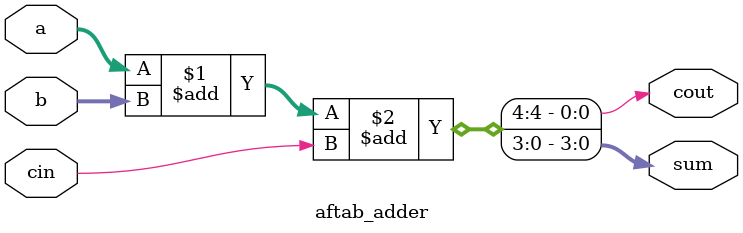
<source format=v>
`timescale 1ns/1ns

module aftab_adder #(parameter size = 4) (
    input [size-1:0] a,
    input [size-1:0] b,
    input cin,
    output cout,
    output [size-1:0] sum
);

    assign {cout, sum} = a + b + cin;

endmodule

</source>
